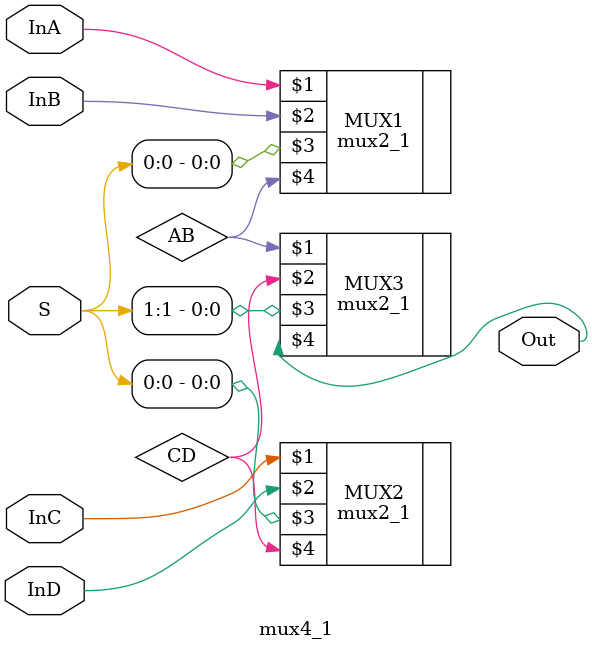
<source format=v>
/*
    CS/ECE 552 Spring '20
    Homework #1, Problem 1

    4-1 mux template
*/
module mux4_1(InA, InB, InC, InD, S, Out);
    input        InA, InB, InC, InD;
    input [1:0]  S;
    output 	Out;
    wire 	AB, CD;	

    mux2_1 MUX1(InA, InB, S[0], AB);
    mux2_1 MUX2(InC, InD, S[0], CD);
    mux2_1 MUX3(AB, CD, S[1], Out);

endmodule

</source>
